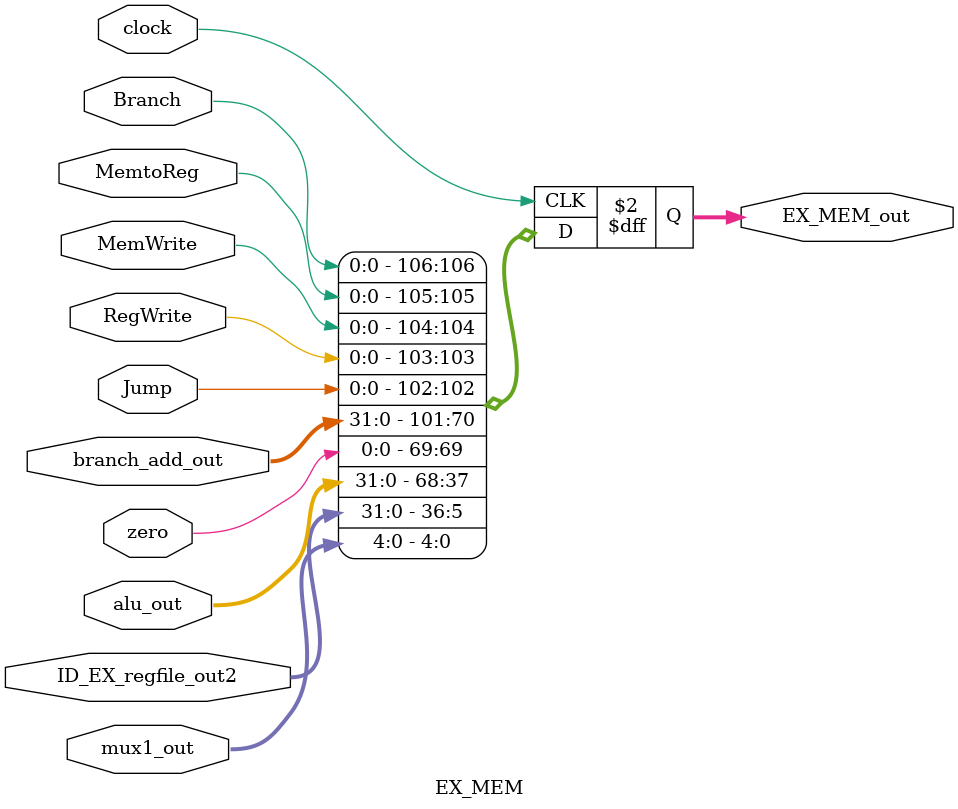
<source format=v>
module EX_MEM (clock, Branch, MemtoReg, MemWrite, RegWrite, Jump,
        branch_add_out, zero, alu_out, ID_EX_regfile_out2, mux1_out, EX_MEM_out);

    input          clock;

    // Controller signal
    input          Branch;
    input          MemtoReg;
    input          MemWrite;
    input          RegWrite;
    input          Jump;

    // Others
    input  [31: 0] branch_add_out;
    input          zero;
    input  [31: 0] alu_out;
    input  [31: 0] ID_EX_regfile_out2;
    input  [ 4: 0] mux1_out;

    output reg [106:0] EX_MEM_out;

    always @(posedge clock) begin
        EX_MEM_out = {Branch, MemtoReg, MemWrite, RegWrite, Jump,
            branch_add_out, zero, alu_out, ID_EX_regfile_out2, mux1_out};
    end

endmodule //EX_MEM

// starting index and end of each instruction
/*
    EX_MEM_out[0]  :    Branch
    EX_MEM_out[1]  :    MemtoReg
    EX_MEM_out[2]  :    MemWrite
    EX_MEM_out[3]  :    RegWrite
    EX_MEM_out[4]  :    Jump
    EX_MEM_out[36:5] :  branch_add_out
    EX_MEM_out[37]   :  zero
    EX_MEM_out[69:38]:  alu_out
    EX_MEM_out[101:70]: ID_EX_regfile_out2
    EX_MEM_out[106:102]:mux1_out
 

*/
</source>
